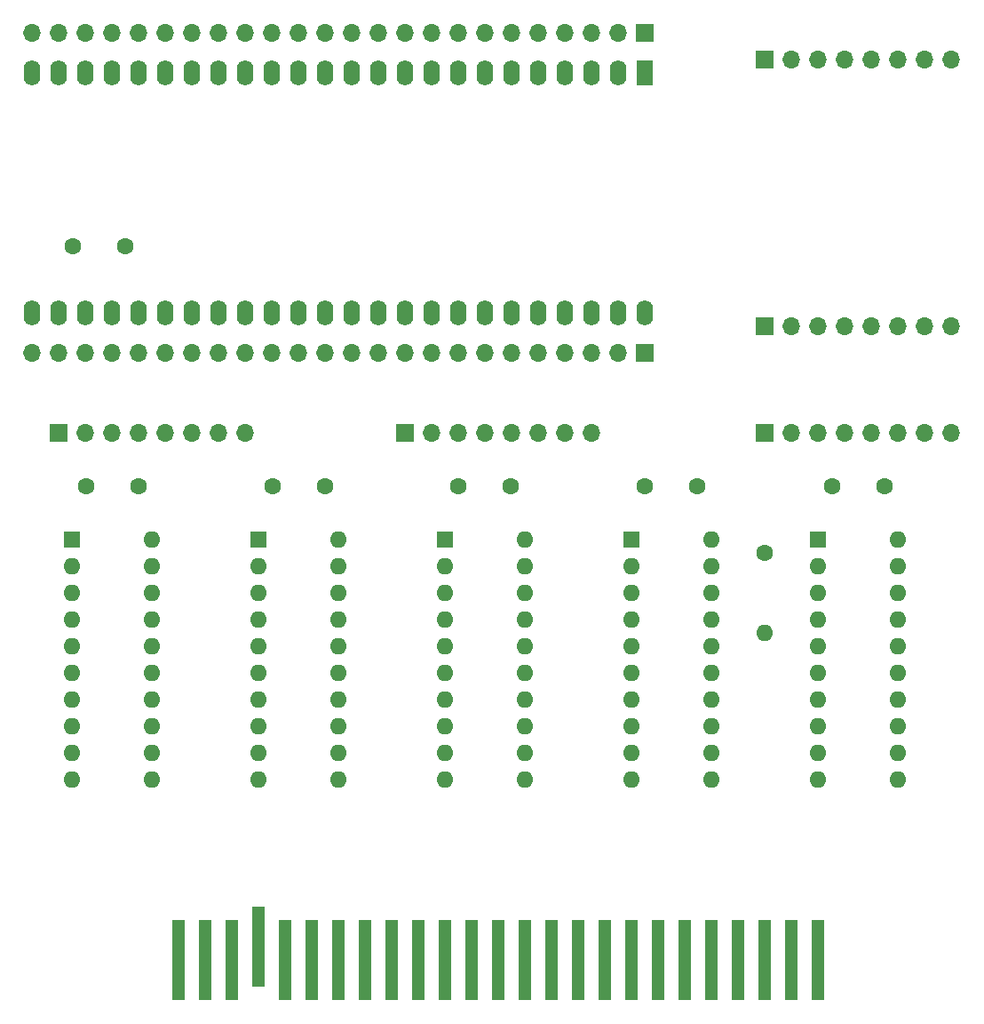
<source format=gts>
G04 #@! TF.GenerationSoftware,KiCad,Pcbnew,(6.0.9)*
G04 #@! TF.CreationDate,2023-03-08T22:08:06+01:00*
G04 #@! TF.ProjectId,03_Cartucho_MSX_Tang_Nano_9k_Breakout,30335f43-6172-4747-9563-686f5f4d5358,rev?*
G04 #@! TF.SameCoordinates,Original*
G04 #@! TF.FileFunction,Soldermask,Top*
G04 #@! TF.FilePolarity,Negative*
%FSLAX46Y46*%
G04 Gerber Fmt 4.6, Leading zero omitted, Abs format (unit mm)*
G04 Created by KiCad (PCBNEW (6.0.9)) date 2023-03-08 22:08:06*
%MOMM*%
%LPD*%
G01*
G04 APERTURE LIST*
%ADD10R,1.700000X1.700000*%
%ADD11O,1.700000X1.700000*%
%ADD12C,1.600000*%
%ADD13R,1.600000X1.600000*%
%ADD14O,1.600000X1.600000*%
%ADD15R,1.270000X7.620000*%
%ADD16R,1.600000X2.400000*%
%ADD17O,1.600000X2.400000*%
G04 APERTURE END LIST*
D10*
X125730000Y-81305000D03*
D11*
X123190000Y-81305000D03*
X120650000Y-81305000D03*
X118110000Y-81305000D03*
X115570000Y-81305000D03*
X113030000Y-81305000D03*
X110490000Y-81305000D03*
X107950000Y-81305000D03*
X105410000Y-81305000D03*
X102870000Y-81305000D03*
X100330000Y-81305000D03*
X97790000Y-81305000D03*
X95250000Y-81305000D03*
X92710000Y-81305000D03*
X90170000Y-81305000D03*
X87630000Y-81305000D03*
X85090000Y-81305000D03*
X82550000Y-81305000D03*
X80010000Y-81305000D03*
X77470000Y-81305000D03*
X74930000Y-81305000D03*
X72390000Y-81305000D03*
X69850000Y-81305000D03*
X67310000Y-81305000D03*
D12*
X76200000Y-71120000D03*
X71200000Y-71120000D03*
X148590000Y-93980000D03*
X143590000Y-93980000D03*
X72470000Y-93980000D03*
X77470000Y-93980000D03*
D13*
X71120000Y-99060000D03*
D14*
X71120000Y-101600000D03*
X71120000Y-104140000D03*
X71120000Y-106680000D03*
X71120000Y-109220000D03*
X71120000Y-111760000D03*
X71120000Y-114300000D03*
X71120000Y-116840000D03*
X71120000Y-119380000D03*
X71120000Y-121920000D03*
X78740000Y-121920000D03*
X78740000Y-119380000D03*
X78740000Y-116840000D03*
X78740000Y-114300000D03*
X78740000Y-111760000D03*
X78740000Y-109220000D03*
X78740000Y-106680000D03*
X78740000Y-104140000D03*
X78740000Y-101600000D03*
X78740000Y-99060000D03*
D15*
X142240000Y-139065000D03*
X139700000Y-139065000D03*
X137160000Y-139065000D03*
X134620000Y-139065000D03*
X132080000Y-139065000D03*
X129540000Y-139065000D03*
X127000000Y-139065000D03*
X124460000Y-139065000D03*
X121920000Y-139065000D03*
X119380000Y-139065000D03*
X116840000Y-139065000D03*
X114300000Y-139065000D03*
X111760000Y-139065000D03*
X109220000Y-139065000D03*
X106680000Y-139065000D03*
X104140000Y-139065000D03*
X101600000Y-139065000D03*
X99060000Y-139065000D03*
X96520000Y-139065000D03*
X93980000Y-139065000D03*
X91440000Y-139065000D03*
X88900000Y-137795000D03*
X86360000Y-139065000D03*
X83820000Y-139065000D03*
X81280000Y-139065000D03*
D16*
X125730000Y-54610000D03*
D17*
X123190000Y-54610000D03*
X120650000Y-54610000D03*
X118110000Y-54610000D03*
X115570000Y-54610000D03*
X113030000Y-54610000D03*
X110490000Y-54610000D03*
X107950000Y-54610000D03*
X105410000Y-54610000D03*
X102870000Y-54610000D03*
X100330000Y-54610000D03*
X97790000Y-54610000D03*
X95250000Y-54610000D03*
X92710000Y-54610000D03*
X90170000Y-54610000D03*
X87630000Y-54610000D03*
X85090000Y-54610000D03*
X82550000Y-54610000D03*
X80010000Y-54610000D03*
X77470000Y-54610000D03*
X74930000Y-54610000D03*
X72390000Y-54610000D03*
X69850000Y-54610000D03*
X67310000Y-54610000D03*
X67310000Y-77470000D03*
X69850000Y-77470000D03*
X72390000Y-77470000D03*
X74930000Y-77470000D03*
X77470000Y-77470000D03*
X80010000Y-77470000D03*
X82550000Y-77470000D03*
X85090000Y-77470000D03*
X87630000Y-77470000D03*
X90170000Y-77470000D03*
X92710000Y-77470000D03*
X95250000Y-77470000D03*
X97790000Y-77470000D03*
X100330000Y-77470000D03*
X102870000Y-77470000D03*
X105410000Y-77470000D03*
X107950000Y-77470000D03*
X110490000Y-77470000D03*
X113030000Y-77470000D03*
X115570000Y-77470000D03*
X118110000Y-77470000D03*
X120650000Y-77470000D03*
X123190000Y-77470000D03*
X125730000Y-77470000D03*
D10*
X125730000Y-50800000D03*
D11*
X123190000Y-50800000D03*
X120650000Y-50800000D03*
X118110000Y-50800000D03*
X115570000Y-50800000D03*
X113030000Y-50800000D03*
X110490000Y-50800000D03*
X107950000Y-50800000D03*
X105410000Y-50800000D03*
X102870000Y-50800000D03*
X100330000Y-50800000D03*
X97790000Y-50800000D03*
X95250000Y-50800000D03*
X92710000Y-50800000D03*
X90170000Y-50800000D03*
X87630000Y-50800000D03*
X85090000Y-50800000D03*
X82550000Y-50800000D03*
X80010000Y-50800000D03*
X77470000Y-50800000D03*
X74930000Y-50800000D03*
X72390000Y-50800000D03*
X69850000Y-50800000D03*
X67310000Y-50800000D03*
D10*
X137160000Y-78740000D03*
D11*
X139700000Y-78740000D03*
X142240000Y-78740000D03*
X144780000Y-78740000D03*
X147320000Y-78740000D03*
X149860000Y-78740000D03*
X152400000Y-78740000D03*
X154940000Y-78740000D03*
D14*
X132080000Y-99060000D03*
X132080000Y-101600000D03*
X132080000Y-104140000D03*
X132080000Y-106680000D03*
X132080000Y-109220000D03*
X132080000Y-111760000D03*
X132080000Y-114300000D03*
X132080000Y-116840000D03*
X132080000Y-119380000D03*
X132080000Y-121920000D03*
X124460000Y-121920000D03*
X124460000Y-119380000D03*
X124460000Y-116840000D03*
X124460000Y-114300000D03*
X124460000Y-111760000D03*
X124460000Y-109220000D03*
X124460000Y-106680000D03*
X124460000Y-104140000D03*
X124460000Y-101600000D03*
D13*
X124460000Y-99060000D03*
D12*
X107950000Y-93980000D03*
X112950000Y-93980000D03*
X90250000Y-93980000D03*
X95250000Y-93980000D03*
X137160000Y-100330000D03*
D14*
X137160000Y-107950000D03*
D12*
X125730000Y-93980000D03*
X130730000Y-93980000D03*
D10*
X69850000Y-88900000D03*
D11*
X72390000Y-88900000D03*
X74930000Y-88900000D03*
X77470000Y-88900000D03*
X80010000Y-88900000D03*
X82550000Y-88900000D03*
X85090000Y-88900000D03*
X87630000Y-88900000D03*
D10*
X137160000Y-53340000D03*
D11*
X139700000Y-53340000D03*
X142240000Y-53340000D03*
X144780000Y-53340000D03*
X147320000Y-53340000D03*
X149860000Y-53340000D03*
X152400000Y-53340000D03*
X154940000Y-53340000D03*
D13*
X88900000Y-99060000D03*
D14*
X88900000Y-101600000D03*
X88900000Y-104140000D03*
X88900000Y-106680000D03*
X88900000Y-109220000D03*
X88900000Y-111760000D03*
X88900000Y-114300000D03*
X88900000Y-116840000D03*
X88900000Y-119380000D03*
X88900000Y-121920000D03*
X96520000Y-121920000D03*
X96520000Y-119380000D03*
X96520000Y-116840000D03*
X96520000Y-114300000D03*
X96520000Y-111760000D03*
X96520000Y-109220000D03*
X96520000Y-106680000D03*
X96520000Y-104140000D03*
X96520000Y-101600000D03*
X96520000Y-99060000D03*
D13*
X142240000Y-99060000D03*
D14*
X142240000Y-101600000D03*
X142240000Y-104140000D03*
X142240000Y-106680000D03*
X142240000Y-109220000D03*
X142240000Y-111760000D03*
X142240000Y-114300000D03*
X142240000Y-116840000D03*
X142240000Y-119380000D03*
X142240000Y-121920000D03*
X149860000Y-121920000D03*
X149860000Y-119380000D03*
X149860000Y-116840000D03*
X149860000Y-114300000D03*
X149860000Y-111760000D03*
X149860000Y-109220000D03*
X149860000Y-106680000D03*
X149860000Y-104140000D03*
X149860000Y-101600000D03*
X149860000Y-99060000D03*
D13*
X106680000Y-99060000D03*
D14*
X106680000Y-101600000D03*
X106680000Y-104140000D03*
X106680000Y-106680000D03*
X106680000Y-109220000D03*
X106680000Y-111760000D03*
X106680000Y-114300000D03*
X106680000Y-116840000D03*
X106680000Y-119380000D03*
X106680000Y-121920000D03*
X114300000Y-121920000D03*
X114300000Y-119380000D03*
X114300000Y-116840000D03*
X114300000Y-114300000D03*
X114300000Y-111760000D03*
X114300000Y-109220000D03*
X114300000Y-106680000D03*
X114300000Y-104140000D03*
X114300000Y-101600000D03*
X114300000Y-99060000D03*
D10*
X102870000Y-88900000D03*
D11*
X105410000Y-88900000D03*
X107950000Y-88900000D03*
X110490000Y-88900000D03*
X113030000Y-88900000D03*
X115570000Y-88900000D03*
X118110000Y-88900000D03*
X120650000Y-88900000D03*
D10*
X137160000Y-88900000D03*
D11*
X139700000Y-88900000D03*
X142240000Y-88900000D03*
X144780000Y-88900000D03*
X147320000Y-88900000D03*
X149860000Y-88900000D03*
X152400000Y-88900000D03*
X154940000Y-88900000D03*
M02*

</source>
